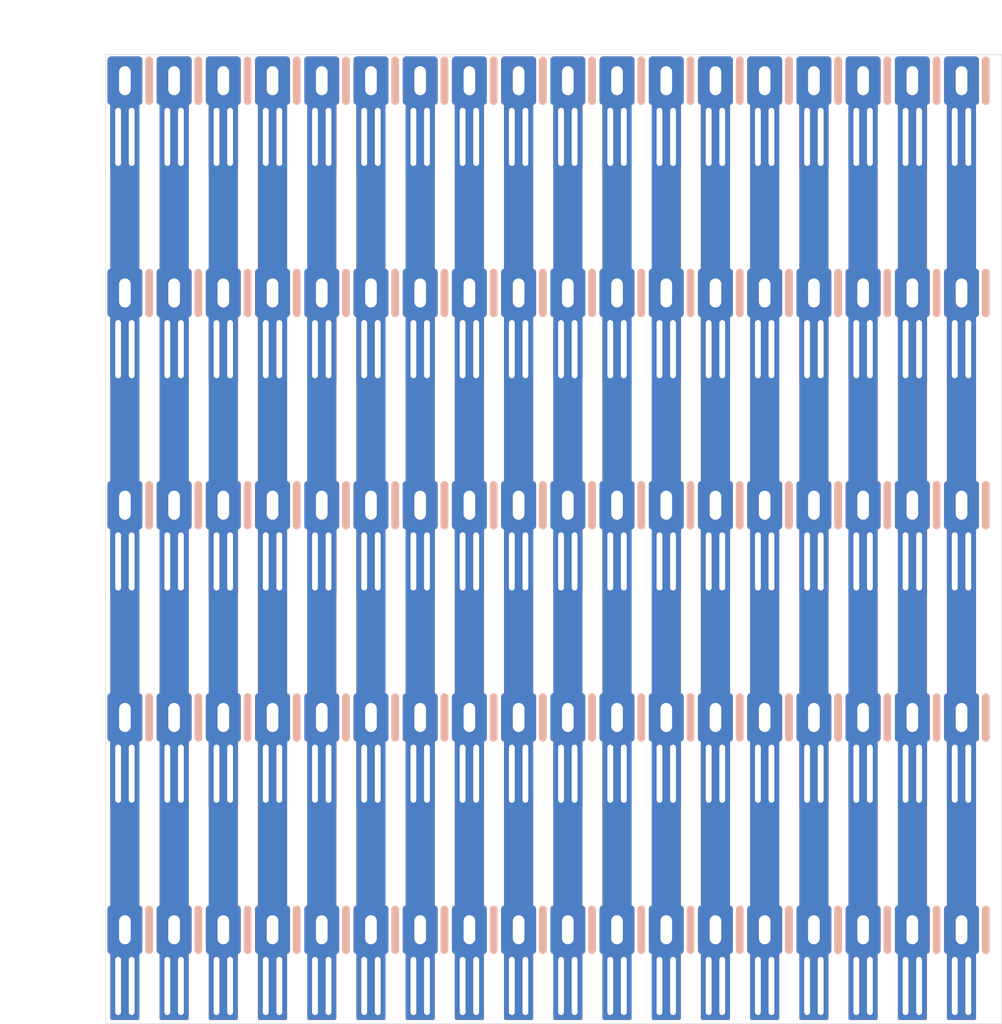
<source format=kicad_pcb>
(kicad_pcb (version 20221018) (generator pcbnew)
  (layers (0 "F.Cu" signal) (31 "B.Cu" signal) (34 "B.Paste" user) (35 "F.Paste" user) (36 "B.SilkS" user "B.Silkscreen") (37 "F.SilkS" user "F.Silkscreen") (38 "B.Mask" user) (39 "F.Mask" user) (44 "Edge.Cuts" user))
  (net 0 "")
  (net 1 "unconnected-(J1-Pin_1-Pad1)")
  (footprint "myFoot:my_SmallPad_0-8mmDrill" (layer "F.Cu") (at 76.2 52.4)
    (fp_text reference "J1" hide)
    (fp_text value "Conn_01x01" hide)
  )
  (footprint "myFoot:my_SmallPad_0-8mmDrill" (layer "F.Cu") (at 45.72 -13.3)
    (fp_text reference "J1" hide)
    (fp_text value "Conn_01x01" hide)
  )
  (footprint "myFoot:my_SmallPad_0-8mmDrill" (layer "F.Cu") (at 5.08 -13.3)
    (fp_text reference "J1" hide)
    (fp_text value "Conn_01x01" hide)
  )
  (footprint "myFoot:my_SmallPad_0-8mmDrill" (layer "F.Cu") (at 40.64 74.3)
    (fp_text reference "J1" hide)
    (fp_text value "Conn_01x01" hide)
  )
  (footprint "myFoot:my_SmallPad_0-8mmDrill" (layer "F.Cu") (at 10.16 74.3)
    (fp_text reference "J1" hide)
    (fp_text value "Conn_01x01" hide)
  )
  (footprint "myFoot:my_SmallPad_0-8mmDrill" (layer "F.Cu") (at 35.56 74.3)
    (fp_text reference "J1" hide)
    (fp_text value "Conn_01x01" hide)
  )
  (footprint "myFoot:my_SmallPad_0-8mmDrill" (layer "F.Cu") (at 45.72 30.5)
    (fp_text reference "J1" hide)
    (fp_text value "Conn_01x01" hide)
  )
  (footprint "myFoot:my_SmallPad_0-8mmDrill" (layer "F.Cu") (at 0 74.3)
    (fp_text reference "J1" hide)
    (fp_text value "Conn_01x01" hide)
  )
  (footprint "myFoot:my_SmallPad_0-8mmDrill" (layer "F.Cu") (at 15.24 52.4)
    (fp_text reference "J1" hide)
    (fp_text value "Conn_01x01" hide)
  )
  (footprint "myFoot:my_SmallPad_0-8mmDrill" (layer "F.Cu") (at 10.16 30.5)
    (fp_text reference "J1" hide)
    (fp_text value "Conn_01x01" hide)
  )
  (footprint "myFoot:my_SmallPad_0-8mmDrill" (layer "F.Cu") (at 30.48 -13.3)
    (fp_text reference "J1" hide)
    (fp_text value "Conn_01x01" hide)
  )
  (footprint "myFoot:my_SmallPad_0-8mmDrill" (layer "F.Cu") (at 81.28 30.5)
    (fp_text reference "J1" hide)
    (fp_text value "Conn_01x01" hide)
  )
  (footprint "myFoot:my_SmallPad_0-8mmDrill" (layer "F.Cu") (at 71.12 52.4)
    (fp_text reference "J1" hide)
    (fp_text value "Conn_01x01" hide)
  )
  (footprint "myFoot:my_SmallPad_0-8mmDrill" (layer "F.Cu") (at 71.12 30.5)
    (fp_text reference "J1" hide)
    (fp_text value "Conn_01x01" hide)
  )
  (footprint "myFoot:my_SmallPad_0-8mmDrill" (layer "F.Cu") (at 81.28 8.6)
    (fp_text reference "J1" hide)
    (fp_text value "Conn_01x01" hide)
  )
  (footprint "myFoot:my_SmallPad_0-8mmDrill" (layer "F.Cu") (at 71.12 74.3)
    (fp_text reference "J1" hide)
    (fp_text value "Conn_01x01" hide)
  )
  (footprint "myFoot:my_SmallPad_0-8mmDrill" (layer "F.Cu") (at 30.48 74.3)
    (fp_text reference "J1" hide)
    (fp_text value "Conn_01x01" hide)
  )
  (footprint "myFoot:my_SmallPad_0-8mmDrill" (layer "F.Cu") (at 40.64 30.5)
    (fp_text reference "J1" hide)
    (fp_text value "Conn_01x01" hide)
  )
  (footprint "myFoot:my_SmallPad_0-8mmDrill" (layer "F.Cu") (at 66.04 -13.3)
    (fp_text reference "J1" hide)
    (fp_text value "Conn_01x01" hide)
  )
  (footprint "myFoot:my_SmallPad_0-8mmDrill" (layer "F.Cu") (at 30.48 30.5)
    (fp_text reference "J1" hide)
    (fp_text value "Conn_01x01" hide)
  )
  (footprint "myFoot:my_SmallPad_0-8mmDrill" (layer "F.Cu") (at 10.16 52.4)
    (fp_text reference "J1" hide)
    (fp_text value "Conn_01x01" hide)
  )
  (footprint "myFoot:my_SmallPad_0-8mmDrill" (layer "F.Cu") (at 15.24 -13.3)
    (fp_text reference "J1" hide)
    (fp_text value "Conn_01x01" hide)
  )
  (footprint "myFoot:my_SmallPad_0-8mmDrill" (layer "F.Cu") (at 86.36 30.5)
    (fp_text reference "J1" hide)
    (fp_text value "Conn_01x01" hide)
  )
  (footprint "myFoot:my_SmallPad_0-8mmDrill" (layer "F.Cu") (at 25.4 -13.3)
    (fp_text reference "J1" hide)
    (fp_text value "Conn_01x01" hide)
  )
  (footprint "myFoot:my_SmallPad_0-8mmDrill" (layer "F.Cu") (at 86.36 8.6)
    (fp_text reference "J1" hide)
    (fp_text value "Conn_01x01" hide)
  )
  (footprint "myFoot:my_SmallPad_0-8mmDrill" (layer "F.Cu") (at 55.88 8.6)
    (fp_text reference "J1" hide)
    (fp_text value "Conn_01x01" hide)
  )
  (footprint "myFoot:my_SmallPad_0-8mmDrill" (layer "F.Cu") (at 55.88 74.3)
    (fp_text reference "J1" hide)
    (fp_text value "Conn_01x01" hide)
  )
  (footprint "myFoot:my_SmallPad_0-8mmDrill" (layer "F.Cu") (at 35.56 8.6)
    (fp_text reference "J1" hide)
    (fp_text value "Conn_01x01" hide)
  )
  (footprint "myFoot:my_SmallPad_0-8mmDrill" (layer "F.Cu") (at 15.24 30.5)
    (fp_text reference "J1" hide)
    (fp_text value "Conn_01x01" hide)
  )
  (footprint "myFoot:my_SmallPad_0-8mmDrill" (layer "F.Cu") (at 25.4 74.3)
    (fp_text reference "J1" hide)
    (fp_text value "Conn_01x01" hide)
  )
  (footprint "myFoot:my_SmallPad_0-8mmDrill" (layer "F.Cu") (at 50.8 -13.3)
    (fp_text reference "J1" hide)
    (fp_text value "Conn_01x01" hide)
  )
  (footprint "myFoot:my_SmallPad_0-8mmDrill" (layer "F.Cu") (at 76.2 8.6)
    (fp_text reference "J1" hide)
    (fp_text value "Conn_01x01" hide)
  )
  (footprint "myFoot:my_SmallPad_0-8mmDrill" (layer "F.Cu") (at 50.8 74.3)
    (fp_text reference "J1" hide)
    (fp_text value "Conn_01x01" hide)
  )
  (footprint "myFoot:my_SmallPad_0-8mmDrill" (layer "F.Cu") (at 25.4 30.5)
    (fp_text reference "J1" hide)
    (fp_text value "Conn_01x01" hide)
  )
  (footprint "myFoot:my_SmallPad_0-8mmDrill" (layer "F.Cu") (at 35.56 -13.3)
    (fp_text reference "J1" hide)
    (fp_text value "Conn_01x01" hide)
  )
  (footprint "myFoot:my_SmallPad_0-8mmDrill" (layer "F.Cu") (at 20.32 -13.3)
    (fp_text reference "J1" hide)
    (fp_text value "Conn_01x01" hide)
  )
  (footprint "myFoot:my_SmallPad_0-8mmDrill" (layer "F.Cu") (at 60.96 74.3)
    (fp_text reference "J1" hide)
    (fp_text value "Conn_01x01" hide)
  )
  (footprint "myFoot:my_SmallPad_0-8mmDrill" (layer "F.Cu") (at 30.48 8.6)
    (fp_text reference "J1" hide)
    (fp_text value "Conn_01x01" hide)
  )
  (footprint "myFoot:my_SmallPad_0-8mmDrill" (layer "F.Cu") (at 5.08 8.6)
    (fp_text reference "J1" hide)
    (fp_text value "Conn_01x01" hide)
  )
  (footprint "myFoot:my_SmallPad_0-8mmDrill" (layer "F.Cu") (at 86.36 52.4)
    (fp_text reference "J1" hide)
    (fp_text value "Conn_01x01" hide)
  )
  (footprint "myFoot:my_SmallPad_0-8mmDrill" (layer "F.Cu") (at 76.2 -13.3)
    (fp_text reference "J1" hide)
    (fp_text value "Conn_01x01" hide)
  )
  (footprint "myFoot:my_SmallPad_0-8mmDrill" (layer "F.Cu") (at 66.04 30.5)
    (fp_text reference "J1" hide)
    (fp_text value "Conn_01x01" hide)
  )
  (footprint "myFoot:my_SmallPad_0-8mmDrill" (layer "F.Cu") (at 10.16 -13.3)
    (fp_text reference "J1" hide)
    (fp_text value "Conn_01x01" hide)
  )
  (footprint "myFoot:my_SmallPad_0-8mmDrill" (layer "F.Cu") (at 66.04 52.4)
    (fp_text reference "J1" hide)
    (fp_text value "Conn_01x01" hide)
  )
  (footprint "myFoot:my_SmallPad_0-8mmDrill" (layer "F.Cu") (at 25.4 52.4)
    (fp_text reference "J1" hide)
    (fp_text value "Conn_01x01" hide)
  )
  (footprint "myFoot:my_SmallPad_0-8mmDrill" (layer "F.Cu") (at 30.48 52.4)
    (fp_text reference "J1" hide)
    (fp_text value "Conn_01x01" hide)
  )
  (footprint "myFoot:my_SmallPad_0-8mmDrill" (layer "F.Cu") (at 10.16 8.6)
    (fp_text reference "J1" hide)
    (fp_text value "Conn_01x01" hide)
  )
  (footprint "myFoot:my_SmallPad_0-8mmDrill" (layer "F.Cu") (at 50.8 30.5)
    (fp_text reference "J1" hide)
    (fp_text value "Conn_01x01" hide)
  )
  (footprint "myFoot:my_SmallPad_0-8mmDrill" (layer "F.Cu") (at 40.64 8.6)
    (fp_text reference "J1" hide)
    (fp_text value "Conn_01x01" hide)
  )
  (footprint "myFoot:my_SmallPad_0-8mmDrill" (layer "F.Cu") (at 76.2 74.3)
    (fp_text reference "J1" hide)
    (fp_text value "Conn_01x01" hide)
  )
  (footprint "myFoot:my_SmallPad_0-8mmDrill" (layer "F.Cu") (at 81.28 74.3)
    (fp_text reference "J1" hide)
    (fp_text value "Conn_01x01" hide)
  )
  (footprint "myFoot:my_SmallPad_0-8mmDrill" (layer "F.Cu") (at 60.96 52.4)
    (fp_text reference "J1" hide)
    (fp_text value "Conn_01x01" hide)
  )
  (footprint "myFoot:my_SmallPad_0-8mmDrill" (layer "F.Cu") (at 40.64 52.4)
    (fp_text reference "J1" hide)
    (fp_text value "Conn_01x01" hide)
  )
  (footprint "myFoot:my_SmallPad_0-8mmDrill" (layer "F.Cu") (at 15.24 8.6)
    (fp_text reference "J1" hide)
    (fp_text value "Conn_01x01" hide)
  )
  (footprint "myFoot:my_SmallPad_0-8mmDrill" (layer "F.Cu") (at 81.28 52.4)
    (fp_text reference "J1" hide)
    (fp_text value "Conn_01x01" hide)
  )
  (footprint "myFoot:my_SmallPad_0-8mmDrill" (layer "F.Cu") (at 35.56 30.5)
    (fp_text reference "J1" hide)
    (fp_text value "Conn_01x01" hide)
  )
  (footprint "myFoot:my_SmallPad_0-8mmDrill" (layer "F.Cu") (at 55.88 30.5)
    (fp_text reference "J1" hide)
    (fp_text value "Conn_01x01" hide)
  )
  (footprint "myFoot:my_SmallPad_0-8mmDrill" (layer "F.Cu") (at 66.04 74.3)
    (fp_text reference "J1" hide)
    (fp_text value "Conn_01x01" hide)
  )
  (footprint "myFoot:my_SmallPad_0-8mmDrill" (layer "F.Cu") (at 45.72 74.3)
    (fp_text reference "J1" hide)
    (fp_text value "Conn_01x01" hide)
  )
  (footprint "myFoot:my_SmallPad_0-8mmDrill" (layer "F.Cu") (at 76.2 30.5)
    (fp_text reference "J1" hide)
    (fp_text value "Conn_01x01" hide)
  )
  (footprint "myFoot:my_SmallPad_0-8mmDrill" (layer "F.Cu") (at 71.12 -13.3)
    (fp_text reference "J1" hide)
    (fp_text value "Conn_01x01" hide)
  )
  (footprint "myFoot:my_SmallPad_0-8mmDrill" (layer "F.Cu") (at 5.08 52.4)
    (fp_text reference "J1" hide)
    (fp_text value "Conn_01x01" hide)
  )
  (footprint "myFoot:my_SmallPad_0-8mmDrill" (layer "F.Cu") (at 45.72 52.4)
    (fp_text reference "J1" hide)
    (fp_text value "Conn_01x01" hide)
  )
  (footprint "myFoot:my_SmallPad_0-8mmDrill" (layer "F.Cu") (at 20.32 74.3)
    (fp_text reference "J1" hide)
    (fp_text value "Conn_01x01" hide)
  )
  (footprint "myFoot:my_SmallPad_0-8mmDrill" (layer "F.Cu") (at 60.96 -13.3)
    (fp_text reference "J1" hide)
    (fp_text value "Conn_01x01" hide)
  )
  (footprint "myFoot:my_SmallPad_0-8mmDrill" (layer "F.Cu") (at 25.4 8.6)
    (fp_text reference "J1" hide)
    (fp_text value "Conn_01x01" hide)
  )
  (footprint "myFoot:my_SmallPad_0-8mmDrill" (layer "F.Cu") (at 60.96 8.6)
    (fp_text reference "J1" hide)
    (fp_text value "Conn_01x01" hide)
  )
  (footprint "myFoot:my_SmallPad_0-8mmDrill" (layer "F.Cu") (at 66.04 8.6)
    (fp_text reference "J1" hide)
    (fp_text value "Conn_01x01" hide)
  )
  (footprint "myFoot:my_SmallPad_0-8mmDrill" (layer "F.Cu") (at 15.24 74.3)
    (fp_text reference "J1" hide)
    (fp_text value "Conn_01x01" hide)
  )
  (footprint "myFoot:my_SmallPad_0-8mmDrill" (layer "F.Cu") (at 40.64 -13.3)
    (fp_text reference "J1" hide)
    (fp_text value "Conn_01x01" hide)
  )
  (footprint "myFoot:my_SmallPad_0-8mmDrill" (layer "F.Cu") (at 55.88 -13.3)
    (fp_text reference "J1" hide)
    (fp_text value "Conn_01x01" hide)
  )
  (footprint "myFoot:my_SmallPad_0-8mmDrill" (layer "F.Cu") (at 71.12 8.6)
    (fp_text reference "J1" hide)
    (fp_text value "Conn_01x01" hide)
  )
  (footprint "myFoot:my_SmallPad_0-8mmDrill" (layer "F.Cu") (at 50.8 52.4)
    (fp_text reference "J1" hide)
    (fp_text value "Conn_01x01" hide)
  )
  (footprint "myFoot:my_SmallPad_0-8mmDrill" (layer "F.Cu") (at 20.32 30.5)
    (fp_text reference "J1" hide)
    (fp_text value "Conn_01x01" hide)
  )
  (footprint "myFoot:my_SmallPad_0-8mmDrill" (layer "F.Cu") (at 5.08 74.3)
    (fp_text reference "J1" hide)
    (fp_text value "Conn_01x01" hide)
  )
  (footprint "myFoot:my_SmallPad_0-8mmDrill" (layer "F.Cu") (at 0 52.4)
    (fp_text reference "J1" hide)
    (fp_text value "Conn_01x01" hide)
  )
  (footprint "myFoot:my_SmallPad_0-8mmDrill" (layer "F.Cu") (at 20.32 8.6)
    (fp_text reference "J1" hide)
    (fp_text value "Conn_01x01" hide)
  )
  (footprint "myFoot:my_SmallPad_0-8mmDrill" (layer "F.Cu") (at 45.72 8.6)
    (fp_text reference "J1" hide)
    (fp_text value "Conn_01x01" hide)
  )
  (footprint "myFoot:my_SmallPad_0-8mmDrill" (layer "F.Cu") (at 50.8 8.6)
    (fp_text reference "J1" hide)
    (fp_text value "Conn_01x01" hide)
  )
  (footprint "myFoot:my_SmallPad_0-8mmDrill" (layer "F.Cu") (at 0 -13.3)
    (fp_text reference "J1" hide)
    (fp_text value "Conn_01x01" hide)
  )
  (footprint "myFoot:my_SmallPad_0-8mmDrill" (layer "F.Cu") (at 20.32 52.4)
    (fp_text reference "J1" hide)
    (fp_text value "Conn_01x01" hide)
  )
  (footprint "myFoot:my_SmallPad_0-8mmDrill" (layer "F.Cu") (at 5.08 30.5)
    (fp_text reference "J1" hide)
    (fp_text value "Conn_01x01" hide)
  )
  (footprint "myFoot:my_SmallPad_0-8mmDrill" (layer "F.Cu") (at 81.28 -13.3)
    (fp_text reference "J1" hide)
    (fp_text value "Conn_01x01" hide)
  )
  (footprint "myFoot:my_SmallPad_0-8mmDrill" (layer "F.Cu") (at 0 8.6)
    (fp_text reference "J1" hide)
    (fp_text value "Conn_01x01" hide)
  )
  (footprint "myFoot:my_SmallPad_0-8mmDrill" (layer "F.Cu") (at 86.36 -13.3)
    (fp_text reference "J1" hide)
    (fp_text value "Conn_01x01" hide)
  )
  (footprint "myFoot:my_SmallPad_0-8mmDrill" (layer "F.Cu") (at 60.96 30.5)
    (fp_text reference "J1" hide)
    (fp_text value "Conn_01x01" hide)
  )
  (footprint "myFoot:my_SmallPad_0-8mmDrill" (layer "F.Cu") (at 86.36 74.3)
    (fp_text reference "J1" hide)
    (fp_text value "Conn_01x01" hide)
  )
  (footprint "myFoot:my_SmallPad_0-8mmDrill" (layer "F.Cu") (at 0 30.5)
    (fp_text reference "J1" hide)
    (fp_text value "Conn_01x01" hide)
  )
  (footprint "myFoot:my_SmallPad_0-8mmDrill" (layer "F.Cu") (at 35.56 52.4)
    (fp_text reference "J1" hide)
    (fp_text value "Conn_01x01" hide)
  )
  (footprint "myFoot:my_SmallPad_0-8mmDrill" (layer "F.Cu") (at 55.88 52.4)
    (fp_text reference "J1" hide)
    (fp_text value "Conn_01x01" hide)
  )
  (gr_rect (start -2 -16) (end 90.5 84) (stroke (width 0.05)) (fill none) (layer "Edge.Cuts"))
  (segment (start 20.32 52.4) (end 20.32 74.3) (width 3) (layer "F.Cu") (net 1))
  (segment (start 30.48 52.4) (end 30.48 74.3) (width 3) (layer "F.Cu") (net 1))
  (segment (start 40.64 -13.3) (end 40.64 8.6) (width 3) (layer "F.Cu") (net 1))
  (segment (start 0 52.4) (end 0 74.3) (width 3) (layer "F.Cu") (net 1))
  (segment (start 35.56 8.6) (end 35.56 30.5) (width 3) (layer "F.Cu") (net 1))
  (segment (start 10.16 52.4) (end 10.16 74.3) (width 3) (layer "F.Cu") (net 1))
  (segment (start 25.4 -13.3) (end 25.4 8.6) (width 3) (layer "F.Cu") (net 1))
  (segment (start 66.04 8.6) (end 66.04 30.5) (width 3) (layer "F.Cu") (net 1))
  (segment (start 76.2 30.5) (end 76.2 52.4) (width 3) (layer "F.Cu") (net 1))
  (segment (start 30.48 30.5) (end 30.48 52.4) (width 3) (layer "F.Cu") (net 1))
  (segment (start 25.4 8.6) (end 25.4 30.5) (width 3) (layer "F.Cu") (net 1))
  (segment (start 10.16 8.6) (end 10.16 30.5) (width 3) (layer "F.Cu") (net 1))
  (segment (start 15.24 30.5) (end 15.24 52.4) (width 3) (layer "F.Cu") (net 1))
  (segment (start 55.88 52.4) (end 55.88 74.3) (width 3) (layer "F.Cu") (net 1))
  (segment (start 66.04 -13.3) (end 66.04 8.6) (width 3) (layer "F.Cu") (net 1))
  (segment (start 81.28 30.5) (end 81.28 52.4) (width 3) (layer "F.Cu") (net 1))
  (segment (start 15.24 8.6) (end 15.24 30.5) (width 3) (layer "F.Cu") (net 1))
  (segment (start 86.36 8.6) (end 86.36 30.5) (width 3) (layer "F.Cu") (net 1))
  (segment (start 45.72 30.5) (end 45.72 52.4) (width 3) (layer "F.Cu") (net 1))
  (segment (start 60.96 30.5) (end 60.96 52.4) (width 3) (layer "F.Cu") (net 1))
  (segment (start 81.28 52.4) (end 81.28 74.3) (width 3) (layer "F.Cu") (net 1))
  (segment (start 71.12 -13.3) (end 71.12 8.6) (width 3) (layer "F.Cu") (net 1))
  (segment (start 81.28 8.6) (end 81.28 30.5) (width 3) (layer "F.Cu") (net 1))
  (segment (start 30.48 8.6) (end 30.48 30.5) (width 3) (layer "F.Cu") (net 1))
  (segment (start 20.32 30.5) (end 20.32 52.4) (width 3) (layer "F.Cu") (net 1))
  (segment (start 55.88 8.6) (end 55.88 30.5) (width 3) (layer "F.Cu") (net 1))
  (segment (start 30.48 -13.3) (end 30.48 8.6) (width 3) (layer "F.Cu") (net 1))
  (segment (start 76.2 8.6) (end 76.2 30.5) (width 3) (layer "F.Cu") (net 1))
  (segment (start 86.36 30.5) (end 86.36 52.4) (width 3) (layer "F.Cu") (net 1))
  (segment (start 40.64 30.5) (end 40.64 52.4) (width 3) (layer "F.Cu") (net 1))
  (segment (start 50.8 -13.3) (end 50.8 8.6) (width 3) (layer "F.Cu") (net 1))
  (segment (start 40.64 8.6) (end 40.64 30.5) (width 3) (layer "F.Cu") (net 1))
  (segment (start 5.08 -13.3) (end 5.08 8.6) (width 3) (layer "F.Cu") (net 1))
  (segment (start 25.4 52.4) (end 25.4 74.3) (width 3) (layer "F.Cu") (net 1))
  (segment (start 71.12 30.5) (end 71.12 52.4) (width 3) (layer "F.Cu") (net 1))
  (segment (start 55.88 -13.3) (end 55.88 8.6) (width 3) (layer "F.Cu") (net 1))
  (segment (start 50.8 30.5) (end 50.8 52.4) (width 3) (layer "F.Cu") (net 1))
  (segment (start 76.2 -13.3) (end 76.2 8.6) (width 3) (layer "F.Cu") (net 1))
  (segment (start 55.88 30.5) (end 55.88 52.4) (width 3) (layer "F.Cu") (net 1))
  (segment (start 25.4 30.5) (end 25.4 52.4) (width 3) (layer "F.Cu") (net 1))
  (segment (start 71.12 52.4) (end 71.12 74.3) (width 3) (layer "F.Cu") (net 1))
  (segment (start 20.32 -13.3) (end 20.32 8.6) (width 3) (layer "F.Cu") (net 1))
  (segment (start 86.36 -13.3) (end 86.36 8.6) (width 3) (layer "F.Cu") (net 1))
  (segment (start 50.8 52.4) (end 50.8 74.3) (width 3) (layer "F.Cu") (net 1))
  (segment (start 60.96 8.6) (end 60.96 30.5) (width 3) (layer "F.Cu") (net 1))
  (segment (start 50.8 8.6) (end 50.8 30.5) (width 3) (layer "F.Cu") (net 1))
  (segment (start 5.08 52.4) (end 5.08 74.3) (width 3) (layer "F.Cu") (net 1))
  (segment (start 10.16 30.5) (end 10.16 52.4) (width 3) (layer "F.Cu") (net 1))
  (segment (start 20.32 8.6) (end 20.32 30.5) (width 3) (layer "F.Cu") (net 1))
  (segment (start 35.56 52.4) (end 35.56 74.3) (width 3) (layer "F.Cu") (net 1))
  (segment (start 0 -13.3) (end 0 8.6) (width 3) (layer "F.Cu") (net 1))
  (segment (start 0 8.6) (end 0 30.5) (width 3) (layer "F.Cu") (net 1))
  (segment (start 86.36 52.4) (end 86.36 74.3) (width 3) (layer "F.Cu") (net 1))
  (segment (start 71.12 8.6) (end 71.12 30.5) (width 3) (layer "F.Cu") (net 1))
  (segment (start 15.24 52.4) (end 15.24 74.3) (width 3) (layer "F.Cu") (net 1))
  (segment (start 45.72 -13.3) (end 45.72 8.6) (width 3) (layer "F.Cu") (net 1))
  (segment (start 60.96 52.4) (end 60.96 74.3) (width 3) (layer "F.Cu") (net 1))
  (segment (start 66.04 30.5) (end 66.04 52.4) (width 3) (layer "F.Cu") (net 1))
  (segment (start 76.2 52.4) (end 76.2 74.3) (width 3) (layer "F.Cu") (net 1))
  (segment (start 5.08 8.6) (end 5.08 30.5) (width 3) (layer "F.Cu") (net 1))
  (segment (start 0 30.5) (end 0 52.4) (width 3) (layer "F.Cu") (net 1))
  (segment (start 60.96 -13.3) (end 60.96 8.6) (width 3) (layer "F.Cu") (net 1))
  (segment (start 66.04 52.4) (end 66.04 74.3) (width 3) (layer "F.Cu") (net 1))
  (segment (start 5.08 30.5) (end 5.08 52.4) (width 3) (layer "F.Cu") (net 1))
  (segment (start 15.24 -13.3) (end 15.24 8.6) (width 3) (layer "F.Cu") (net 1))
  (segment (start 45.72 8.6) (end 45.72 30.5) (width 3) (layer "F.Cu") (net 1))
  (segment (start 81.28 -13.3) (end 81.28 8.6) (width 3) (layer "F.Cu") (net 1))
  (segment (start 35.56 -13.3) (end 35.56 8.6) (width 3) (layer "F.Cu") (net 1))
  (segment (start 35.56 30.5) (end 35.56 52.4) (width 3) (layer "F.Cu") (net 1))
  (segment (start 40.64 52.4) (end 40.64 74.3) (width 3) (layer "F.Cu") (net 1))
  (segment (start 10.16 -13.3) (end 10.16 8.6) (width 3) (layer "F.Cu") (net 1))
  (segment (start 45.72 52.4) (end 45.72 74.3) (width 3) (layer "F.Cu") (net 1))
  (segment (start 45.72 -13.3) (end 45.72 6.1) (width 3) (layer "B.Cu") (net 1))
  (segment (start 40.64 30.5) (end 40.64 49.9) (width 3) (layer "B.Cu") (net 1))
  (segment (start 15.24 30.5) (end 15.24 49.9) (width 3) (layer "B.Cu") (net 1))
  (segment (start 60.96 52.4) (end 60.96 71.8) (width 3) (layer "B.Cu") (net 1))
  (segment (start 0 52.4) (end 0 71.8) (width 3) (layer "B.Cu") (net 1))
  (segment (start 55.88 30.5) (end 55.88 49.9) (width 3) (layer "B.Cu") (net 1))
  (segment (start 86.36 8.6) (end 86.36 27.9) (width 3) (layer "B.Cu") (net 1))
  (segment (start 55.88 8.6) (end 55.88 27.9) (width 3) (layer "B.Cu") (net 1))
  (segment (start 76.2 8.6) (end 76.2 27.9) (width 3) (layer "B.Cu") (net 1))
  (segment (start 20.32 -13.3) (end 20.32 6.1) (width 3) (layer "B.Cu") (net 1))
  (segment (start 71.12 8.6) (end 71.12 27.9) (width 3) (layer "B.Cu") (net 1))
  (segment (start 86.36 30.5) (end 86.36 49.9) (width 3) (layer "B.Cu") (net 1))
  (segment (start 55.88 -13.3) (end 55.88 6.1) (width 3) (layer "B.Cu") (net 1))
  (segment (start 45.72 8.6) (end 45.72 27.9) (width 3) (layer "B.Cu") (net 1))
  (segment (start 10.16 30.5) (end 10.16 49.9) (width 3) (layer "B.Cu") (net 1))
  (segment (start 25.4 30.5) (end 25.4 49.9) (width 3) (layer "B.Cu") (net 1))
  (segment (start 76.2 30.5) (end 76.2 49.9) (width 3) (layer "B.Cu") (net 1))
  (segment (start 71.12 52.4) (end 71.12 71.8) (width 3) (layer "B.Cu") (net 1))
  (segment (start 55.88 52.4) (end 55.88 71.8) (width 3) (layer "B.Cu") (net 1))
  (segment (start 40.64 52.4) (end 40.64 71.8) (width 3) (layer "B.Cu") (net 1))
  (segment (start 0 -13.3) (end 0 6.1) (width 3) (layer "B.Cu") (net 1))
  (segment (start 5.08 -13.3) (end 5.08 6.1) (width 3) (layer "B.Cu") (net 1))
  (segment (start 60.96 -13.3) (end 60.96 6.1) (width 3) (layer "B.Cu") (net 1))
  (segment (start 40.64 -13.3) (end 40.64 6.1) (width 3) (layer "B.Cu") (net 1))
  (segment (start 35.56 30.5) (end 35.56 49.9) (width 3) (layer "B.Cu") (net 1))
  (segment (start 45.72 30.5) (end 45.72 49.9) (width 3) (layer "B.Cu") (net 1))
  (segment (start 30.48 -13.3) (end 30.48 6.1) (width 3) (layer "B.Cu") (net 1))
  (segment (start 50.8 30.5) (end 50.8 49.9) (width 3) (layer "B.Cu") (net 1))
  (segment (start 35.56 8.6) (end 35.56 27.9) (width 3) (layer "B.Cu") (net 1))
  (segment (start 66.04 52.4) (end 66.04 71.8) (width 3) (layer "B.Cu") (net 1))
  (segment (start 10.16 52.4) (end 10.16 71.8) (width 3) (layer "B.Cu") (net 1))
  (segment (start 81.28 8.6) (end 81.28 27.9) (width 3) (layer "B.Cu") (net 1))
  (segment (start 30.48 30.5) (end 30.48 49.9) (width 3) (layer "B.Cu") (net 1))
  (segment (start 71.12 30.5) (end 71.12 49.9) (width 3) (layer "B.Cu") (net 1))
  (segment (start 25.4 8.6) (end 25.4 27.9) (width 3) (layer "B.Cu") (net 1))
  (segment (start 30.48 52.4) (end 30.48 71.8) (width 3) (layer "B.Cu") (net 1))
  (segment (start 50.8 52.4) (end 50.8 71.8) (width 3) (layer "B.Cu") (net 1))
  (segment (start 5.08 30.5) (end 5.08 49.9) (width 3) (layer "B.Cu") (net 1))
  (segment (start 25.4 52.4) (end 25.4 71.8) (width 3) (layer "B.Cu") (net 1))
  (segment (start 76.2 52.4) (end 76.2 71.8) (width 3) (layer "B.Cu") (net 1))
  (segment (start 66.04 30.5) (end 66.04 49.9) (width 3) (layer "B.Cu") (net 1))
  (segment (start 66.04 8.6) (end 66.04 27.9) (width 3) (layer "B.Cu") (net 1))
  (segment (start 86.36 -13.3) (end 86.36 6.1) (width 3) (layer "B.Cu") (net 1))
  (segment (start 15.24 -13.3) (end 15.24 6.1) (width 3) (layer "B.Cu") (net 1))
  (segment (start 81.28 52.4) (end 81.28 71.8) (width 3) (layer "B.Cu") (net 1))
  (segment (start 60.96 8.6) (end 60.96 27.9) (width 3) (layer "B.Cu") (net 1))
  (segment (start 35.56 52.4) (end 35.56 71.8) (width 3) (layer "B.Cu") (net 1))
  (segment (start 50.8 -13.3) (end 50.8 6.1) (width 3) (layer "B.Cu") (net 1))
  (segment (start 76.2 -13.3) (end 76.2 6.1) (width 3) (layer "B.Cu") (net 1))
  (segment (start 50.8 8.6) (end 50.8 27.9) (width 3) (layer "B.Cu") (net 1))
  (segment (start 60.96 30.5) (end 60.96 49.9) (width 3) (layer "B.Cu") (net 1))
  (segment (start 81.28 -13.3) (end 81.28 6.1) (width 3) (layer "B.Cu") (net 1))
  (segment (start 40.64 8.6) (end 40.64 27.9) (width 3) (layer "B.Cu") (net 1))
  (segment (start 30.48 8.6) (end 30.48 27.9) (width 3) (layer "B.Cu") (net 1))
  (segment (start 25.4 -13.3) (end 25.4 6.1) (width 3) (layer "B.Cu") (net 1))
  (segment (start 20.32 8.6) (end 20.32 27.9) (width 3) (layer "B.Cu") (net 1))
  (segment (start 35.56 -13.3) (end 35.56 6.1) (width 3) (layer "B.Cu") (net 1))
  (segment (start 0 30.5) (end 0 49.9) (width 3) (layer "B.Cu") (net 1))
  (segment (start 81.28 30.5) (end 81.28 49.9) (width 3) (layer "B.Cu") (net 1))
  (segment (start 20.32 52.4) (end 20.32 71.8) (width 3) (layer "B.Cu") (net 1))
  (segment (start 5.08 52.4) (end 5.08 71.8) (width 3) (layer "B.Cu") (net 1))
  (segment (start 5.08 8.6) (end 5.08 27.9) (width 3) (layer "B.Cu") (net 1))
  (segment (start 10.16 -13.3) (end 10.16 6.1) (width 3) (layer "B.Cu") (net 1))
  (segment (start 86.36 52.4) (end 86.36 71.8) (width 3) (layer "B.Cu") (net 1))
  (segment (start 10.16 8.6) (end 10.16 27.9) (width 3) (layer "B.Cu") (net 1))
  (segment (start 71.12 -13.3) (end 71.12 6.1) (width 3) (layer "B.Cu") (net 1))
  (segment (start 20.32 30.5) (end 20.32 49.9) (width 3) (layer "B.Cu") (net 1))
  (segment (start 45.72 52.4) (end 45.72 71.8) (width 3) (layer "B.Cu") (net 1))
  (segment (start 15.24 8.6) (end 15.24 27.9) (width 3) (layer "B.Cu") (net 1))
  (segment (start 0 8.6) (end 0 27.9) (width 3) (layer "B.Cu") (net 1))
  (segment (start 15.24 52.4) (end 15.24 71.8) (width 3) (layer "B.Cu") (net 1))
  (segment (start 66.04 -13.3) (end 66.04 6.1) (width 3) (layer "B.Cu") (net 1))
)
</source>
